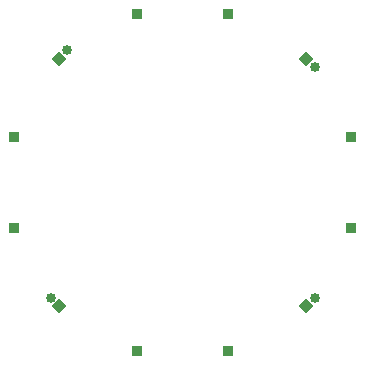
<source format=gbr>
%TF.GenerationSoftware,KiCad,Pcbnew,8.0.0*%
%TF.CreationDate,2024-05-17T03:15:10+03:00*%
%TF.ProjectId,pressure_sensor_sensor,70726573-7375-4726-955f-73656e736f72,rev?*%
%TF.SameCoordinates,Original*%
%TF.FileFunction,Soldermask,Bot*%
%TF.FilePolarity,Negative*%
%FSLAX46Y46*%
G04 Gerber Fmt 4.6, Leading zero omitted, Abs format (unit mm)*
G04 Created by KiCad (PCBNEW 8.0.0) date 2024-05-17 03:15:10*
%MOMM*%
%LPD*%
G01*
G04 APERTURE LIST*
G04 Aperture macros list*
%AMHorizOval*
0 Thick line with rounded ends*
0 $1 width*
0 $2 $3 position (X,Y) of the first rounded end (center of the circle)*
0 $4 $5 position (X,Y) of the second rounded end (center of the circle)*
0 Add line between two ends*
20,1,$1,$2,$3,$4,$5,0*
0 Add two circle primitives to create the rounded ends*
1,1,$1,$2,$3*
1,1,$1,$4,$5*%
%AMRotRect*
0 Rectangle, with rotation*
0 The origin of the aperture is its center*
0 $1 length*
0 $2 width*
0 $3 Rotation angle, in degrees counterclockwise*
0 Add horizontal line*
21,1,$1,$2,0,0,$3*%
G04 Aperture macros list end*
%ADD10R,0.850000X0.850000*%
%ADD11RotRect,0.850000X0.850000X45.000000*%
%ADD12HorizOval,0.850000X0.000000X0.000000X0.000000X0.000000X0*%
%ADD13RotRect,0.850000X0.850000X135.000000*%
%ADD14HorizOval,0.850000X0.000000X0.000000X0.000000X0.000000X0*%
%ADD15RotRect,0.850000X0.850000X225.000000*%
%ADD16HorizOval,0.850000X0.000000X0.000000X0.000000X0.000000X0*%
G04 APERTURE END LIST*
D10*
%TO.C,J12*%
X236238816Y-82197656D03*
%TD*%
D11*
%TO.C,J10*%
X232408296Y-67901956D03*
D12*
X233115403Y-68609063D03*
%TD*%
D10*
%TO.C,J14*%
X207647416Y-82197656D03*
%TD*%
D13*
%TO.C,J7*%
X232408296Y-88832316D03*
D14*
X233115403Y-88125209D03*
%TD*%
D10*
%TO.C,J1*%
X236238816Y-74536616D03*
%TD*%
%TO.C,J16*%
X218112596Y-92662836D03*
%TD*%
%TO.C,J18*%
X218112596Y-64071436D03*
%TD*%
%TO.C,J13*%
X207647416Y-74536616D03*
%TD*%
D13*
%TO.C,J8*%
X211477936Y-67901956D03*
D14*
X212185043Y-67194849D03*
%TD*%
D10*
%TO.C,J17*%
X225773636Y-64071436D03*
%TD*%
%TO.C,J15*%
X225773636Y-92662836D03*
%TD*%
D15*
%TO.C,J9*%
X211477936Y-88832316D03*
D16*
X210770829Y-88125209D03*
%TD*%
M02*

</source>
